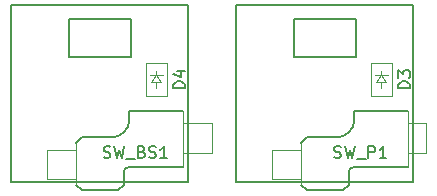
<source format=gbr>
G04 #@! TF.GenerationSoftware,KiCad,Pcbnew,8.0.5*
G04 #@! TF.CreationDate,2024-09-18T07:36:17+09:00*
G04 #@! TF.ProjectId,SandyLP_Middle_Isolated_Area,53616e64-794c-4505-9f4d-6964646c655f,v.0*
G04 #@! TF.SameCoordinates,Original*
G04 #@! TF.FileFunction,AssemblyDrawing,Top*
%FSLAX46Y46*%
G04 Gerber Fmt 4.6, Leading zero omitted, Abs format (unit mm)*
G04 Created by KiCad (PCBNEW 8.0.5) date 2024-09-18 07:36:17*
%MOMM*%
%LPD*%
G01*
G04 APERTURE LIST*
%ADD10C,0.150000*%
%ADD11C,0.100000*%
%ADD12C,0.120000*%
G04 APERTURE END LIST*
D10*
X47325754Y-49172749D02*
X46325754Y-49172749D01*
X46325754Y-49172749D02*
X46325754Y-48934654D01*
X46325754Y-48934654D02*
X46373373Y-48791797D01*
X46373373Y-48791797D02*
X46468611Y-48696559D01*
X46468611Y-48696559D02*
X46563849Y-48648940D01*
X46563849Y-48648940D02*
X46754325Y-48601321D01*
X46754325Y-48601321D02*
X46897182Y-48601321D01*
X46897182Y-48601321D02*
X47087658Y-48648940D01*
X47087658Y-48648940D02*
X47182896Y-48696559D01*
X47182896Y-48696559D02*
X47278135Y-48791797D01*
X47278135Y-48791797D02*
X47325754Y-48934654D01*
X47325754Y-48934654D02*
X47325754Y-49172749D01*
X46659087Y-47744178D02*
X47325754Y-47744178D01*
X46278135Y-47982273D02*
X46992420Y-48220368D01*
X46992420Y-48220368D02*
X46992420Y-47601321D01*
X66375754Y-49172749D02*
X65375754Y-49172749D01*
X65375754Y-49172749D02*
X65375754Y-48934654D01*
X65375754Y-48934654D02*
X65423373Y-48791797D01*
X65423373Y-48791797D02*
X65518611Y-48696559D01*
X65518611Y-48696559D02*
X65613849Y-48648940D01*
X65613849Y-48648940D02*
X65804325Y-48601321D01*
X65804325Y-48601321D02*
X65947182Y-48601321D01*
X65947182Y-48601321D02*
X66137658Y-48648940D01*
X66137658Y-48648940D02*
X66232896Y-48696559D01*
X66232896Y-48696559D02*
X66328135Y-48791797D01*
X66328135Y-48791797D02*
X66375754Y-48934654D01*
X66375754Y-48934654D02*
X66375754Y-49172749D01*
X65375754Y-48267987D02*
X65375754Y-47648940D01*
X65375754Y-47648940D02*
X65756706Y-47982273D01*
X65756706Y-47982273D02*
X65756706Y-47839416D01*
X65756706Y-47839416D02*
X65804325Y-47744178D01*
X65804325Y-47744178D02*
X65851944Y-47696559D01*
X65851944Y-47696559D02*
X65947182Y-47648940D01*
X65947182Y-47648940D02*
X66185277Y-47648940D01*
X66185277Y-47648940D02*
X66280515Y-47696559D01*
X66280515Y-47696559D02*
X66328135Y-47744178D01*
X66328135Y-47744178D02*
X66375754Y-47839416D01*
X66375754Y-47839416D02*
X66375754Y-48125130D01*
X66375754Y-48125130D02*
X66328135Y-48220368D01*
X66328135Y-48220368D02*
X66280515Y-48267987D01*
X59944149Y-55032480D02*
X60087006Y-55080099D01*
X60087006Y-55080099D02*
X60325101Y-55080099D01*
X60325101Y-55080099D02*
X60420339Y-55032480D01*
X60420339Y-55032480D02*
X60467958Y-54984860D01*
X60467958Y-54984860D02*
X60515577Y-54889622D01*
X60515577Y-54889622D02*
X60515577Y-54794384D01*
X60515577Y-54794384D02*
X60467958Y-54699146D01*
X60467958Y-54699146D02*
X60420339Y-54651527D01*
X60420339Y-54651527D02*
X60325101Y-54603908D01*
X60325101Y-54603908D02*
X60134625Y-54556289D01*
X60134625Y-54556289D02*
X60039387Y-54508670D01*
X60039387Y-54508670D02*
X59991768Y-54461051D01*
X59991768Y-54461051D02*
X59944149Y-54365813D01*
X59944149Y-54365813D02*
X59944149Y-54270575D01*
X59944149Y-54270575D02*
X59991768Y-54175337D01*
X59991768Y-54175337D02*
X60039387Y-54127718D01*
X60039387Y-54127718D02*
X60134625Y-54080099D01*
X60134625Y-54080099D02*
X60372720Y-54080099D01*
X60372720Y-54080099D02*
X60515577Y-54127718D01*
X60848911Y-54080099D02*
X61087006Y-55080099D01*
X61087006Y-55080099D02*
X61277482Y-54365813D01*
X61277482Y-54365813D02*
X61467958Y-55080099D01*
X61467958Y-55080099D02*
X61706054Y-54080099D01*
X61848911Y-55175337D02*
X62610815Y-55175337D01*
X62848911Y-55080099D02*
X62848911Y-54080099D01*
X62848911Y-54080099D02*
X63229863Y-54080099D01*
X63229863Y-54080099D02*
X63325101Y-54127718D01*
X63325101Y-54127718D02*
X63372720Y-54175337D01*
X63372720Y-54175337D02*
X63420339Y-54270575D01*
X63420339Y-54270575D02*
X63420339Y-54413432D01*
X63420339Y-54413432D02*
X63372720Y-54508670D01*
X63372720Y-54508670D02*
X63325101Y-54556289D01*
X63325101Y-54556289D02*
X63229863Y-54603908D01*
X63229863Y-54603908D02*
X62848911Y-54603908D01*
X64372720Y-55080099D02*
X63801292Y-55080099D01*
X64087006Y-55080099D02*
X64087006Y-54080099D01*
X64087006Y-54080099D02*
X63991768Y-54222956D01*
X63991768Y-54222956D02*
X63896530Y-54318194D01*
X63896530Y-54318194D02*
X63801292Y-54365813D01*
X40417959Y-55032480D02*
X40560816Y-55080099D01*
X40560816Y-55080099D02*
X40798911Y-55080099D01*
X40798911Y-55080099D02*
X40894149Y-55032480D01*
X40894149Y-55032480D02*
X40941768Y-54984860D01*
X40941768Y-54984860D02*
X40989387Y-54889622D01*
X40989387Y-54889622D02*
X40989387Y-54794384D01*
X40989387Y-54794384D02*
X40941768Y-54699146D01*
X40941768Y-54699146D02*
X40894149Y-54651527D01*
X40894149Y-54651527D02*
X40798911Y-54603908D01*
X40798911Y-54603908D02*
X40608435Y-54556289D01*
X40608435Y-54556289D02*
X40513197Y-54508670D01*
X40513197Y-54508670D02*
X40465578Y-54461051D01*
X40465578Y-54461051D02*
X40417959Y-54365813D01*
X40417959Y-54365813D02*
X40417959Y-54270575D01*
X40417959Y-54270575D02*
X40465578Y-54175337D01*
X40465578Y-54175337D02*
X40513197Y-54127718D01*
X40513197Y-54127718D02*
X40608435Y-54080099D01*
X40608435Y-54080099D02*
X40846530Y-54080099D01*
X40846530Y-54080099D02*
X40989387Y-54127718D01*
X41322721Y-54080099D02*
X41560816Y-55080099D01*
X41560816Y-55080099D02*
X41751292Y-54365813D01*
X41751292Y-54365813D02*
X41941768Y-55080099D01*
X41941768Y-55080099D02*
X42179864Y-54080099D01*
X42322721Y-55175337D02*
X43084625Y-55175337D01*
X43656054Y-54556289D02*
X43798911Y-54603908D01*
X43798911Y-54603908D02*
X43846530Y-54651527D01*
X43846530Y-54651527D02*
X43894149Y-54746765D01*
X43894149Y-54746765D02*
X43894149Y-54889622D01*
X43894149Y-54889622D02*
X43846530Y-54984860D01*
X43846530Y-54984860D02*
X43798911Y-55032480D01*
X43798911Y-55032480D02*
X43703673Y-55080099D01*
X43703673Y-55080099D02*
X43322721Y-55080099D01*
X43322721Y-55080099D02*
X43322721Y-54080099D01*
X43322721Y-54080099D02*
X43656054Y-54080099D01*
X43656054Y-54080099D02*
X43751292Y-54127718D01*
X43751292Y-54127718D02*
X43798911Y-54175337D01*
X43798911Y-54175337D02*
X43846530Y-54270575D01*
X43846530Y-54270575D02*
X43846530Y-54365813D01*
X43846530Y-54365813D02*
X43798911Y-54461051D01*
X43798911Y-54461051D02*
X43751292Y-54508670D01*
X43751292Y-54508670D02*
X43656054Y-54556289D01*
X43656054Y-54556289D02*
X43322721Y-54556289D01*
X44275102Y-55032480D02*
X44417959Y-55080099D01*
X44417959Y-55080099D02*
X44656054Y-55080099D01*
X44656054Y-55080099D02*
X44751292Y-55032480D01*
X44751292Y-55032480D02*
X44798911Y-54984860D01*
X44798911Y-54984860D02*
X44846530Y-54889622D01*
X44846530Y-54889622D02*
X44846530Y-54794384D01*
X44846530Y-54794384D02*
X44798911Y-54699146D01*
X44798911Y-54699146D02*
X44751292Y-54651527D01*
X44751292Y-54651527D02*
X44656054Y-54603908D01*
X44656054Y-54603908D02*
X44465578Y-54556289D01*
X44465578Y-54556289D02*
X44370340Y-54508670D01*
X44370340Y-54508670D02*
X44322721Y-54461051D01*
X44322721Y-54461051D02*
X44275102Y-54365813D01*
X44275102Y-54365813D02*
X44275102Y-54270575D01*
X44275102Y-54270575D02*
X44322721Y-54175337D01*
X44322721Y-54175337D02*
X44370340Y-54127718D01*
X44370340Y-54127718D02*
X44465578Y-54080099D01*
X44465578Y-54080099D02*
X44703673Y-54080099D01*
X44703673Y-54080099D02*
X44846530Y-54127718D01*
X45798911Y-55080099D02*
X45227483Y-55080099D01*
X45513197Y-55080099D02*
X45513197Y-54080099D01*
X45513197Y-54080099D02*
X45417959Y-54222956D01*
X45417959Y-54222956D02*
X45322721Y-54318194D01*
X45322721Y-54318194D02*
X45227483Y-54365813D01*
D11*
X43970935Y-47034655D02*
X45770935Y-47034655D01*
X43970935Y-49834655D02*
X43970935Y-47034655D01*
X44470935Y-48684655D02*
X44870935Y-48084655D01*
X44870935Y-47684655D02*
X44870935Y-48084655D01*
X44870935Y-48084655D02*
X44320935Y-48084655D01*
X44870935Y-48084655D02*
X45270935Y-48684655D01*
X44870935Y-48084655D02*
X45420935Y-48084655D01*
X44870935Y-48684655D02*
X44870935Y-49184655D01*
X45270935Y-48684655D02*
X44470935Y-48684655D01*
X45770935Y-47034655D02*
X45770935Y-49834655D01*
X45770935Y-49834655D02*
X43970935Y-49834655D01*
X63020935Y-47034655D02*
X64820935Y-47034655D01*
X63020935Y-49834655D02*
X63020935Y-47034655D01*
X63520935Y-48684655D02*
X63920935Y-48084655D01*
X63920935Y-47684655D02*
X63920935Y-48084655D01*
X63920935Y-48084655D02*
X63370935Y-48084655D01*
X63920935Y-48084655D02*
X64320935Y-48684655D01*
X63920935Y-48084655D02*
X64470935Y-48084655D01*
X63920935Y-48684655D02*
X63920935Y-49184655D01*
X64320935Y-48684655D02*
X63520935Y-48684655D01*
X64820935Y-47034655D02*
X64820935Y-49834655D01*
X64820935Y-49834655D02*
X63020935Y-49834655D01*
D10*
X32608435Y-42125280D02*
X47608435Y-42125280D01*
X32608435Y-57125280D02*
X32608435Y-42125280D01*
X37508435Y-46525280D02*
X37508435Y-43325280D01*
X37508435Y-46525280D02*
X42708435Y-46525280D01*
X42708435Y-43325280D02*
X37508435Y-43325280D01*
X42708435Y-46525280D02*
X42708435Y-43325280D01*
X47608435Y-42125280D02*
X47608435Y-57125280D01*
X47608435Y-57125280D02*
X32608435Y-57125280D01*
X51658435Y-42125280D02*
X66658435Y-42125280D01*
X51658435Y-57125280D02*
X51658435Y-42125280D01*
X56558435Y-46525280D02*
X56558435Y-43325280D01*
X56558435Y-46525280D02*
X61758435Y-46525280D01*
X61758435Y-43325280D02*
X56558435Y-43325280D01*
X61758435Y-46525280D02*
X61758435Y-43325280D01*
X66658435Y-42125280D02*
X66658435Y-57125280D01*
X66658435Y-57125280D02*
X51658435Y-57125280D01*
D12*
X54658435Y-54375280D02*
X57158435Y-54375280D01*
X54658435Y-56875280D02*
X54658435Y-54375280D01*
X57158435Y-56875280D02*
X54658435Y-56875280D01*
X57158435Y-57325280D02*
X57158435Y-53875280D01*
D10*
X57658435Y-53325280D02*
X57158435Y-53825280D01*
X57658435Y-57825280D02*
X57158435Y-57325280D01*
X60158435Y-53325280D02*
X57658435Y-53325280D01*
X60658435Y-57825280D02*
X57658435Y-57825280D01*
X61158435Y-57325280D02*
X60658435Y-57825280D01*
X61158435Y-57325280D02*
X61158435Y-56325280D01*
X61658435Y-51125280D02*
X61658435Y-51825280D01*
X61658435Y-55825280D02*
X66158435Y-55825280D01*
X66158435Y-51125280D02*
X61658435Y-51125280D01*
D12*
X66158435Y-52125280D02*
X67758435Y-52125280D01*
X66158435Y-55825280D02*
X66158435Y-51125280D01*
X67758435Y-52125280D02*
X67758435Y-54625280D01*
X67758435Y-54625280D02*
X66158435Y-54625280D01*
D10*
X61158435Y-56325280D02*
G75*
G02*
X61658435Y-55825280I500001J-1D01*
G01*
X61658435Y-51825280D02*
G75*
G02*
X60158435Y-53325280I-1500001J1D01*
G01*
D12*
X35608435Y-54375280D02*
X38108435Y-54375280D01*
X35608435Y-56875280D02*
X35608435Y-54375280D01*
X38108435Y-56875280D02*
X35608435Y-56875280D01*
X38108435Y-57325280D02*
X38108435Y-53875280D01*
D10*
X38608435Y-53325280D02*
X38108435Y-53825280D01*
X38608435Y-57825280D02*
X38108435Y-57325280D01*
X41108435Y-53325280D02*
X38608435Y-53325280D01*
X41608435Y-57825280D02*
X38608435Y-57825280D01*
X42108435Y-57325280D02*
X41608435Y-57825280D01*
X42108435Y-57325280D02*
X42108435Y-56325280D01*
X42608435Y-51125280D02*
X42608435Y-51825280D01*
X42608435Y-55825280D02*
X47108435Y-55825280D01*
X47108435Y-51125280D02*
X42608435Y-51125280D01*
D12*
X47108435Y-52125280D02*
X49608435Y-52125280D01*
X47108435Y-55825280D02*
X47108435Y-51125280D01*
X49608435Y-52125280D02*
X49608435Y-54625280D01*
X49608435Y-54625280D02*
X47108435Y-54625280D01*
D10*
X42108435Y-56325280D02*
G75*
G02*
X42608435Y-55825280I500001J-1D01*
G01*
X42608435Y-51825280D02*
G75*
G02*
X41108435Y-53325280I-1500001J1D01*
G01*
M02*

</source>
